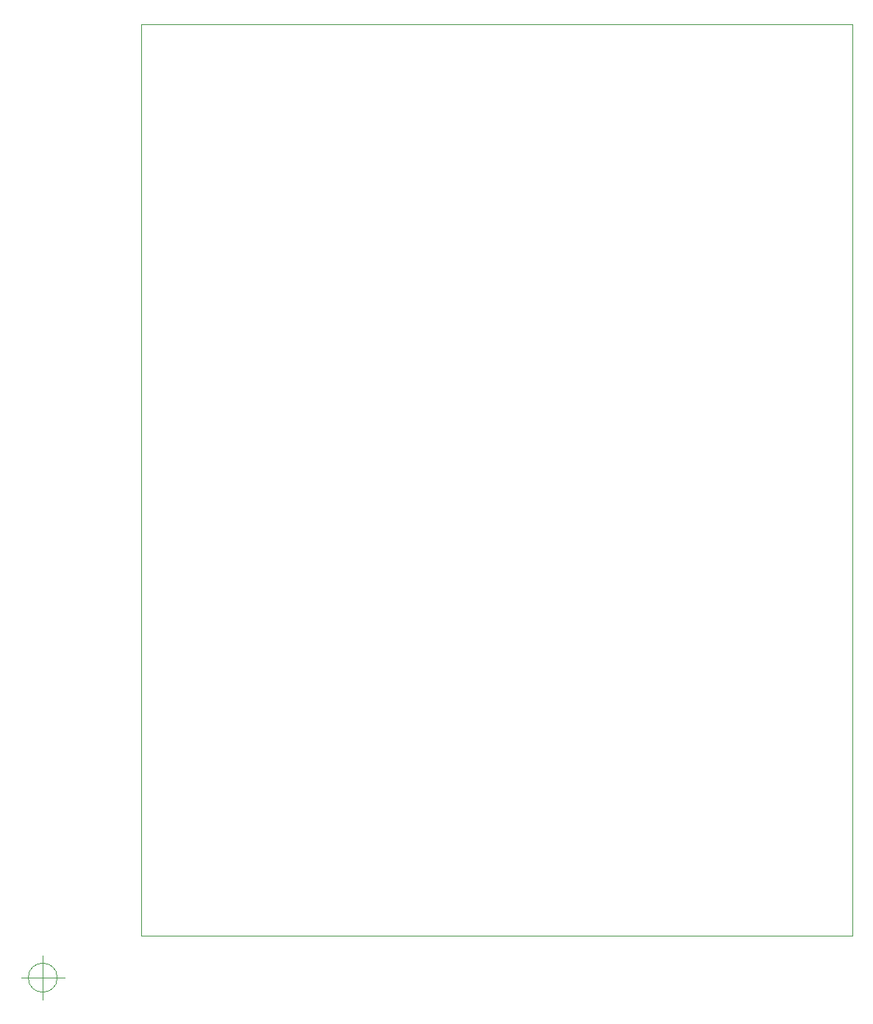
<source format=gbr>
%TF.GenerationSoftware,KiCad,Pcbnew,(5.1.8)-1*%
%TF.CreationDate,2021-10-07T22:13:12+08:00*%
%TF.ProjectId,Pad,5061642e-6b69-4636-9164-5f7063625858,rev?*%
%TF.SameCoordinates,Original*%
%TF.FileFunction,Profile,NP*%
%FSLAX46Y46*%
G04 Gerber Fmt 4.6, Leading zero omitted, Abs format (unit mm)*
G04 Created by KiCad (PCBNEW (5.1.8)-1) date 2021-10-07 22:13:12*
%MOMM*%
%LPD*%
G01*
G04 APERTURE LIST*
%TA.AperFunction,Profile*%
%ADD10C,0.050000*%
%TD*%
G04 APERTURE END LIST*
D10*
X102566666Y-146900000D02*
G75*
G03*
X102566666Y-146900000I-1666666J0D01*
G01*
X98400000Y-146900000D02*
X103400000Y-146900000D01*
X100900000Y-144400000D02*
X100900000Y-149400000D01*
X194100000Y-37200000D02*
X112200000Y-37200000D01*
X112200000Y-142100000D02*
X112200000Y-37200000D01*
X194100000Y-142100000D02*
X194100000Y-37200000D01*
X194100000Y-142100000D02*
X112200000Y-142100000D01*
M02*

</source>
